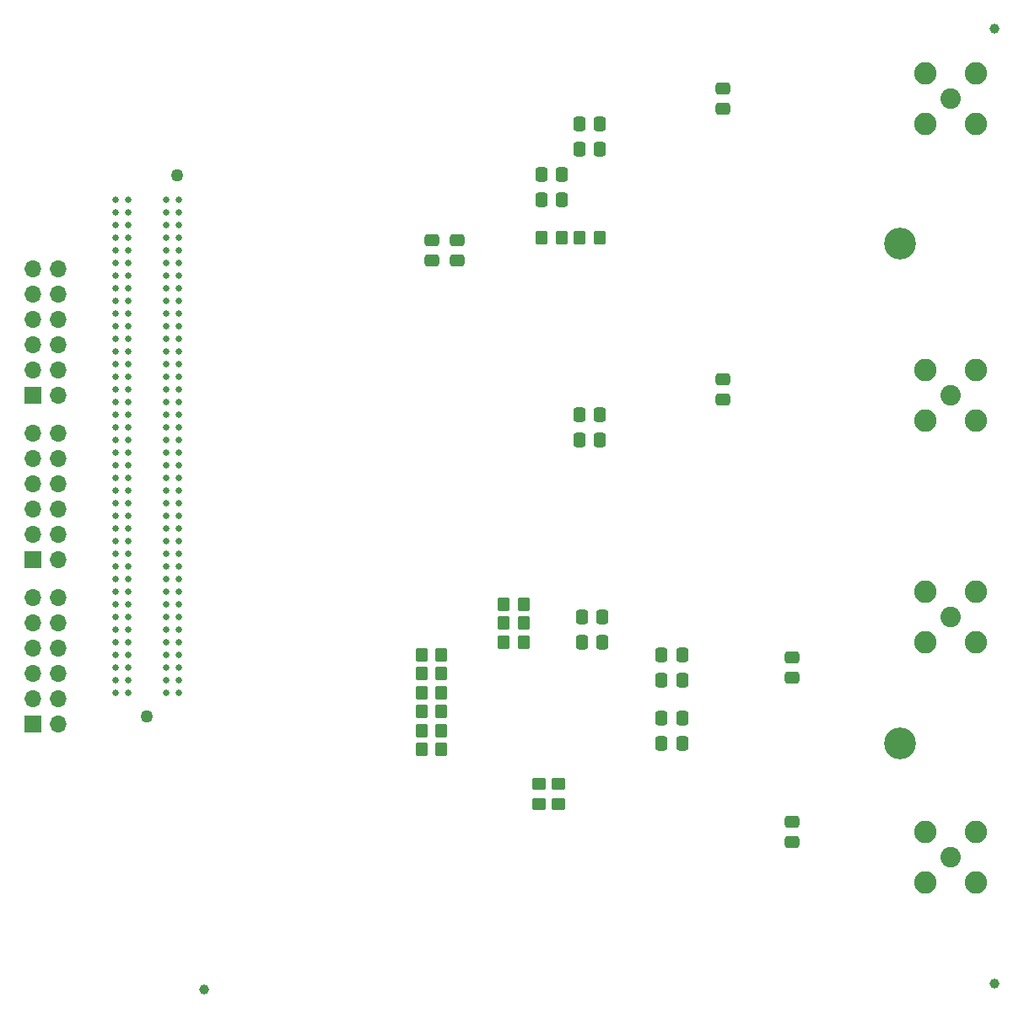
<source format=gbs>
%TF.GenerationSoftware,KiCad,Pcbnew,8.0.0*%
%TF.CreationDate,2024-09-01T00:48:49+03:00*%
%TF.ProjectId,ML605_LPC_Board_wADC_DAC,4d4c3630-355f-44c5-9043-5f426f617264,rev?*%
%TF.SameCoordinates,Original*%
%TF.FileFunction,Soldermask,Bot*%
%TF.FilePolarity,Negative*%
%FSLAX46Y46*%
G04 Gerber Fmt 4.6, Leading zero omitted, Abs format (unit mm)*
G04 Created by KiCad (PCBNEW 8.0.0) date 2024-09-01 00:48:49*
%MOMM*%
%LPD*%
G01*
G04 APERTURE LIST*
G04 Aperture macros list*
%AMRoundRect*
0 Rectangle with rounded corners*
0 $1 Rounding radius*
0 $2 $3 $4 $5 $6 $7 $8 $9 X,Y pos of 4 corners*
0 Add a 4 corners polygon primitive as box body*
4,1,4,$2,$3,$4,$5,$6,$7,$8,$9,$2,$3,0*
0 Add four circle primitives for the rounded corners*
1,1,$1+$1,$2,$3*
1,1,$1+$1,$4,$5*
1,1,$1+$1,$6,$7*
1,1,$1+$1,$8,$9*
0 Add four rect primitives between the rounded corners*
20,1,$1+$1,$2,$3,$4,$5,0*
20,1,$1+$1,$4,$5,$6,$7,0*
20,1,$1+$1,$6,$7,$8,$9,0*
20,1,$1+$1,$8,$9,$2,$3,0*%
G04 Aperture macros list end*
%ADD10C,3.200000*%
%ADD11C,2.050000*%
%ADD12C,2.250000*%
%ADD13R,1.700000X1.700000*%
%ADD14O,1.700000X1.700000*%
%ADD15RoundRect,0.250000X-0.475000X0.337500X-0.475000X-0.337500X0.475000X-0.337500X0.475000X0.337500X0*%
%ADD16RoundRect,0.250000X-0.337500X-0.475000X0.337500X-0.475000X0.337500X0.475000X-0.337500X0.475000X0*%
%ADD17C,1.270000*%
%ADD18C,0.640000*%
%ADD19RoundRect,0.250000X0.350000X0.450000X-0.350000X0.450000X-0.350000X-0.450000X0.350000X-0.450000X0*%
%ADD20RoundRect,0.250000X-0.350000X-0.450000X0.350000X-0.450000X0.350000X0.450000X-0.350000X0.450000X0*%
%ADD21RoundRect,0.250000X0.337500X0.475000X-0.337500X0.475000X-0.337500X-0.475000X0.337500X-0.475000X0*%
%ADD22RoundRect,0.250000X-0.450000X0.350000X-0.450000X-0.350000X0.450000X-0.350000X0.450000X0.350000X0*%
%ADD23C,1.000000*%
%ADD24RoundRect,0.250000X0.475000X-0.337500X0.475000X0.337500X-0.475000X0.337500X-0.475000X-0.337500X0*%
G04 APERTURE END LIST*
D10*
%TO.C,H1*%
X163900000Y-73165000D03*
%TD*%
D11*
%TO.C,J8*%
X168980000Y-58560000D03*
D12*
X166440000Y-56020000D03*
X166440000Y-61100000D03*
X171520000Y-56020000D03*
X171520000Y-61100000D03*
%TD*%
D10*
%TO.C,H2*%
X163900000Y-123330000D03*
%TD*%
D11*
%TO.C,J9*%
X168980000Y-88405000D03*
D12*
X166440000Y-85865000D03*
X166440000Y-90945000D03*
X171520000Y-85865000D03*
X171520000Y-90945000D03*
%TD*%
D13*
%TO.C,J10*%
X76905000Y-121425000D03*
D14*
X79445000Y-121425000D03*
X76905000Y-118885000D03*
X79445000Y-118885000D03*
X76905000Y-116345000D03*
X79445000Y-116345000D03*
X76905000Y-113805000D03*
X79445000Y-113805000D03*
X76905000Y-111265000D03*
X79445000Y-111265000D03*
X76905000Y-108725000D03*
X79445000Y-108725000D03*
%TD*%
D11*
%TO.C,J5*%
X168980000Y-110630000D03*
D12*
X166440000Y-108090000D03*
X166440000Y-113170000D03*
X171520000Y-108090000D03*
X171520000Y-113170000D03*
%TD*%
D11*
%TO.C,J4*%
X168980000Y-134760000D03*
D12*
X166440000Y-132220000D03*
X166440000Y-137300000D03*
X171520000Y-132220000D03*
X171520000Y-137300000D03*
%TD*%
D13*
%TO.C,J12*%
X76905000Y-88405000D03*
D14*
X79445000Y-88405000D03*
X76905000Y-85865000D03*
X79445000Y-85865000D03*
X76905000Y-83325000D03*
X79445000Y-83325000D03*
X76905000Y-80785000D03*
X79445000Y-80785000D03*
X76905000Y-78245000D03*
X79445000Y-78245000D03*
X76905000Y-75705000D03*
X79445000Y-75705000D03*
%TD*%
D13*
%TO.C,J11*%
X76885000Y-104890000D03*
D14*
X79425000Y-104890000D03*
X76885000Y-102350000D03*
X79425000Y-102350000D03*
X76885000Y-99810000D03*
X79425000Y-99810000D03*
X76885000Y-97270000D03*
X79425000Y-97270000D03*
X76885000Y-94730000D03*
X79425000Y-94730000D03*
X76885000Y-92190000D03*
X79425000Y-92190000D03*
%TD*%
D15*
%TO.C,C32*%
X146120000Y-86732500D03*
X146120000Y-88807500D03*
%TD*%
D16*
%TO.C,C20*%
X131747500Y-90310000D03*
X133822500Y-90310000D03*
%TD*%
D17*
%TO.C,J1*%
X91385000Y-66294000D03*
X88335000Y-120674000D03*
D18*
X85160000Y-118250000D03*
X85160000Y-116980000D03*
X85160000Y-115710000D03*
X85160000Y-114440000D03*
X85160000Y-113170000D03*
X85160000Y-111900000D03*
X85160000Y-110630000D03*
X85160000Y-109360000D03*
X85160000Y-108090000D03*
X85160000Y-106820000D03*
X85160000Y-105550000D03*
X85160000Y-104280000D03*
X85160000Y-103010000D03*
X85160000Y-101740000D03*
X85160000Y-100470000D03*
X85160000Y-99200000D03*
X85160000Y-97930000D03*
X85160000Y-96660000D03*
X85160000Y-95390000D03*
X85160000Y-94120000D03*
X85160000Y-92850000D03*
X85160000Y-91580000D03*
X85160000Y-90310000D03*
X85160000Y-89040000D03*
X85160000Y-87770000D03*
X85160000Y-86500000D03*
X85160000Y-85230000D03*
X85160000Y-83960000D03*
X85160000Y-82690000D03*
X85160000Y-81420000D03*
X85160000Y-80150000D03*
X85160000Y-78880000D03*
X85160000Y-77610000D03*
X85160000Y-76340000D03*
X85160000Y-75070000D03*
X85160000Y-73800000D03*
X85160000Y-72530000D03*
X85160000Y-71260000D03*
X85160000Y-69990000D03*
X85160000Y-68720000D03*
X86430000Y-118250000D03*
X86430000Y-116980000D03*
X86430000Y-115710000D03*
X86430000Y-114440000D03*
X86430000Y-113170000D03*
X86430000Y-111900000D03*
X86430000Y-110630000D03*
X86430000Y-109360000D03*
X86430000Y-108090000D03*
X86430000Y-106820000D03*
X86430000Y-105550000D03*
X86430000Y-104280000D03*
X86430000Y-103010000D03*
X86430000Y-101740000D03*
X86430000Y-100470000D03*
X86430000Y-99200000D03*
X86430000Y-97930000D03*
X86430000Y-96660000D03*
X86430000Y-95390000D03*
X86430000Y-94120000D03*
X86430000Y-92850000D03*
X86430000Y-91580000D03*
X86430000Y-90310000D03*
X86430000Y-89040000D03*
X86430000Y-87770000D03*
X86430000Y-86500000D03*
X86430000Y-85230000D03*
X86430000Y-83960000D03*
X86430000Y-82690000D03*
X86430000Y-81420000D03*
X86430000Y-80150000D03*
X86430000Y-78880000D03*
X86430000Y-77610000D03*
X86430000Y-76340000D03*
X86430000Y-75070000D03*
X86430000Y-73800000D03*
X86430000Y-72530000D03*
X86430000Y-71260000D03*
X86430000Y-69990000D03*
X86430000Y-68720000D03*
X90240000Y-118250000D03*
X90240000Y-116980000D03*
X90240000Y-115710000D03*
X90240000Y-114440000D03*
X90240000Y-113170000D03*
X90240000Y-111900000D03*
X90240000Y-110630000D03*
X90240000Y-109360000D03*
X90240000Y-108090000D03*
X90240000Y-106820000D03*
X90240000Y-105550000D03*
X90240000Y-104280000D03*
X90240000Y-103010000D03*
X90240000Y-101740000D03*
X90240000Y-100470000D03*
X90240000Y-99200000D03*
X90240000Y-97930000D03*
X90240000Y-96660000D03*
X90240000Y-95390000D03*
X90240000Y-94120000D03*
X90240000Y-92850000D03*
X90240000Y-91580000D03*
X90240000Y-90310000D03*
X90240000Y-89040000D03*
X90240000Y-87770000D03*
X90240000Y-86500000D03*
X90240000Y-85230000D03*
X90240000Y-83960000D03*
X90240000Y-82690000D03*
X90240000Y-81420000D03*
X90240000Y-80150000D03*
X90240000Y-78880000D03*
X90240000Y-77610000D03*
X90240000Y-76340000D03*
X90240000Y-75070000D03*
X90240000Y-73800000D03*
X90240000Y-72530000D03*
X90240000Y-71260000D03*
X90240000Y-69990000D03*
X90240000Y-68720000D03*
X91510000Y-118250000D03*
X91510000Y-116980000D03*
X91510000Y-115710000D03*
X91510000Y-114440000D03*
X91510000Y-113170000D03*
X91510000Y-111900000D03*
X91510000Y-110630000D03*
X91510000Y-109360000D03*
X91510000Y-108090000D03*
X91510000Y-106820000D03*
X91510000Y-105550000D03*
X91510000Y-104280000D03*
X91510000Y-103010000D03*
X91510000Y-101740000D03*
X91510000Y-100470000D03*
X91510000Y-99200000D03*
X91510000Y-97930000D03*
X91510000Y-96660000D03*
X91510000Y-95390000D03*
X91510000Y-94120000D03*
X91510000Y-92850000D03*
X91510000Y-91580000D03*
X91510000Y-90310000D03*
X91510000Y-89040000D03*
X91510000Y-87770000D03*
X91510000Y-86500000D03*
X91510000Y-85230000D03*
X91510000Y-83960000D03*
X91510000Y-82690000D03*
X91510000Y-81420000D03*
X91510000Y-80150000D03*
X91510000Y-78880000D03*
X91510000Y-77610000D03*
X91510000Y-76340000D03*
X91510000Y-75070000D03*
X91510000Y-73800000D03*
X91510000Y-72530000D03*
X91510000Y-71260000D03*
X91510000Y-69990000D03*
X91510000Y-68720000D03*
%TD*%
D19*
%TO.C,R6*%
X117910000Y-116345000D03*
X115910000Y-116345000D03*
%TD*%
D20*
%TO.C,R17*%
X124165000Y-113170000D03*
X126165000Y-113170000D03*
%TD*%
D19*
%TO.C,R10*%
X117910000Y-120155000D03*
X115910000Y-120155000D03*
%TD*%
D15*
%TO.C,C17*%
X153105000Y-131182500D03*
X153105000Y-133257500D03*
%TD*%
%TO.C,C36*%
X119450000Y-72762500D03*
X119450000Y-74837500D03*
%TD*%
D19*
%TO.C,R8*%
X117910000Y-118250000D03*
X115910000Y-118250000D03*
%TD*%
D21*
%TO.C,C7*%
X134055000Y-110630000D03*
X131980000Y-110630000D03*
%TD*%
D16*
%TO.C,C34*%
X127937500Y-66180000D03*
X130012500Y-66180000D03*
%TD*%
D22*
%TO.C,R18*%
X127705000Y-127410000D03*
X127705000Y-129410000D03*
%TD*%
D19*
%TO.C,R12*%
X117910000Y-122060000D03*
X115910000Y-122060000D03*
%TD*%
D20*
%TO.C,R34*%
X127975000Y-72530000D03*
X129975000Y-72530000D03*
%TD*%
D23*
%TO.C,FID5*%
X94050000Y-148095000D03*
%TD*%
D16*
%TO.C,C19*%
X131747500Y-61100000D03*
X133822500Y-61100000D03*
%TD*%
D19*
%TO.C,R4*%
X117910000Y-114440000D03*
X115910000Y-114440000D03*
%TD*%
D20*
%TO.C,R21*%
X124165000Y-111265000D03*
X126165000Y-111265000D03*
%TD*%
%TO.C,R23*%
X124165000Y-109360000D03*
X126165000Y-109360000D03*
%TD*%
D16*
%TO.C,C11*%
X140002500Y-123330000D03*
X142077500Y-123330000D03*
%TD*%
D21*
%TO.C,C10*%
X142077500Y-120790000D03*
X140002500Y-120790000D03*
%TD*%
D16*
%TO.C,C22*%
X131747500Y-92850000D03*
X133822500Y-92850000D03*
%TD*%
D20*
%TO.C,R35*%
X131785000Y-72530000D03*
X133785000Y-72530000D03*
%TD*%
D24*
%TO.C,C35*%
X116910000Y-74837500D03*
X116910000Y-72762500D03*
%TD*%
D22*
%TO.C,R22*%
X129610000Y-127410000D03*
X129610000Y-129410000D03*
%TD*%
D16*
%TO.C,C6*%
X131980000Y-113170000D03*
X134055000Y-113170000D03*
%TD*%
D15*
%TO.C,C31*%
X146120000Y-57522500D03*
X146120000Y-59597500D03*
%TD*%
D19*
%TO.C,R14*%
X117910000Y-123965000D03*
X115910000Y-123965000D03*
%TD*%
D23*
%TO.C,FID4*%
X173425000Y-51575000D03*
%TD*%
D21*
%TO.C,C33*%
X130012500Y-68720000D03*
X127937500Y-68720000D03*
%TD*%
D23*
%TO.C,FID6*%
X173425000Y-147460000D03*
%TD*%
D16*
%TO.C,C21*%
X131747500Y-63640000D03*
X133822500Y-63640000D03*
%TD*%
D15*
%TO.C,C16*%
X153105000Y-114672500D03*
X153105000Y-116747500D03*
%TD*%
D16*
%TO.C,C8*%
X140002500Y-114440000D03*
X142077500Y-114440000D03*
%TD*%
D21*
%TO.C,C9*%
X142077500Y-116980000D03*
X140002500Y-116980000D03*
%TD*%
M02*

</source>
